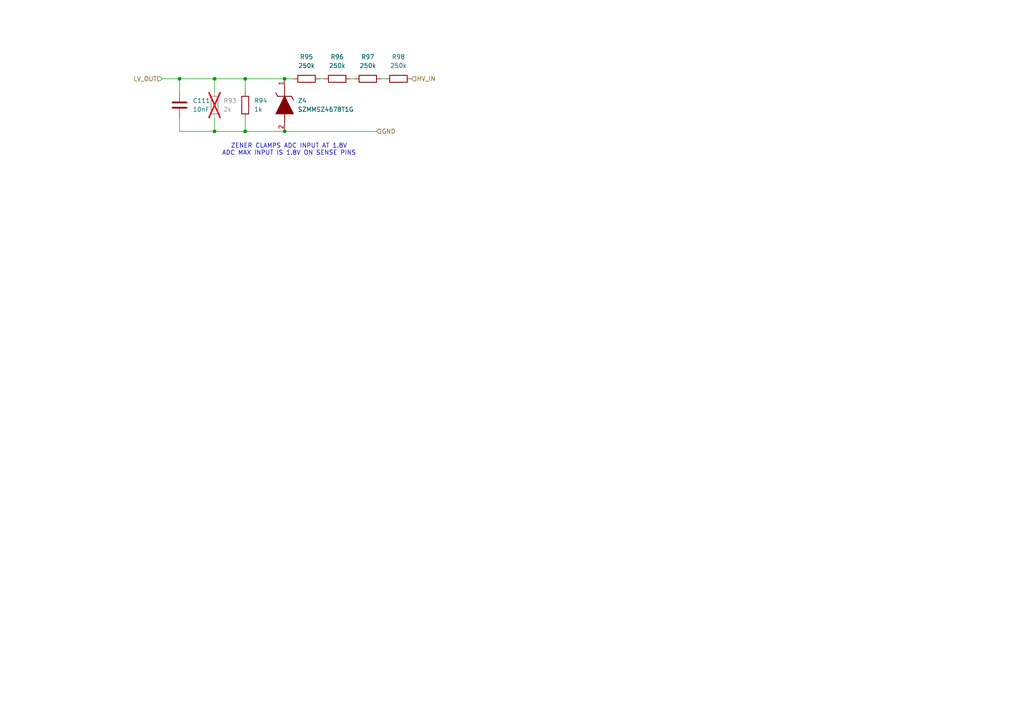
<source format=kicad_sch>
(kicad_sch (version 20250114) (generator "eeschema") (generator_version "9.0")
  (paper "A4")
  (lib_symbols
    (symbol "Device:C" (pin_numbers (hide yes)) (pin_names (offset 0.254))
      (property "Reference" "C" (at 0.635 2.54 0))
      (property "Value" "C" (at 0.635 -2.54 0))
      (symbol "C_0_1"
        (polyline (pts (xy -2.032 0.762) (xy 2.032 0.762)) (stroke (width 0.508)))
        (polyline (pts (xy -2.032 -0.762) (xy 2.032 -0.762)) (stroke (width 0.508)))
      )
      (symbol "C_1_1"
        (pin passive line (at 0 3.81 270) (length 2.794) (name "~") (number "1"))
        (pin passive line (at 0 -3.81 90) (length 2.794) (name "~") (number "2"))
      )
    )
    (symbol "Device:R" (pin_numbers (hide yes)) (pin_names (offset 0))
      (property "Reference" "R" (at 2.032 0 90))
      (property "Value" "R" (at 0 0 90))
      (symbol "R_0_1"
        (rectangle (start -1.016 -2.54) (end 1.016 2.54) (stroke (width 0.254)))
      )
      (symbol "R_1_1"
        (pin passive line (at 0 3.81 270) (length 1.27) (name "~") (number "1"))
        (pin passive line (at 0 -3.81 90) (length 1.27) (name "~") (number "2"))
      )
    )
    (symbol "InverterCom:SZMMSZ4678T1G" (pin_names (hide yes))
      (property "Reference" "Z" (at 10.16 8.89 0))
      (property "Value" "SZMMSZ4678T1G" (at 10.16 6.35 0))
      (symbol "SZMMSZ4678T1G_1_1"
        (polyline (pts (xy 2.54 0) (xy 5.08 0)) (stroke (width 0.254)))
        (polyline (pts (xy 4.064 -2.54) (xy 5.08 -2.032)) (stroke (width 0.254)))
        (polyline (pts (xy 5.08 2.032) (xy 5.08 -2.032)) (stroke (width 0.254)))
        (polyline (pts (xy 5.08 2.032) (xy 6.096 2.54)) (stroke (width 0.254)))
        (polyline (pts (xy 5.08 0) (xy 10.16 2.54) (xy 10.16 -2.54) (xy 5.08 0)) (stroke (width 0.254)) (fill (type outline)))
        (polyline (pts (xy 12.7 0) (xy 10.16 0)) (stroke (width 0.254)))
        (pin passive line (at 0 0 0) (length 2.54) (name "K") (number "1"))
        (pin passive line (at 15.24 0 180) (length 2.54) (name "A") (number "2"))
      )
    )
  )
  (text "ZENER CLAMPS ADC INPUT AT 1.8V\nADC MAX INPUT IS 1.8V ON SENSE PINS" (at 83.82 43.434 0) (effects (font (size 1.27 1.27))))
  (junction (at 71.12 38.1))
  (junction (at 82.55 38.1))
  (junction (at 62.23 22.86))
  (junction (at 52.07 22.86))
  (junction (at 62.23 38.1))
  (junction (at 71.12 22.86))
  (junction (at 82.55 22.86))
  (wire (pts (xy 92.71 22.86) (xy 93.98 22.86)))
  (wire (pts (xy 62.23 22.86) (xy 71.12 22.86)))
  (wire (pts (xy 101.6 22.86) (xy 102.87 22.86)))
  (wire (pts (xy 62.23 38.1) (xy 52.07 38.1)))
  (wire (pts (xy 71.12 38.1) (xy 62.23 38.1)))
  (wire (pts (xy 52.07 22.86) (xy 52.07 26.67)))
  (wire (pts (xy 71.12 38.1) (xy 82.55 38.1)))
  (wire (pts (xy 71.12 22.86) (xy 71.12 26.67)))
  (wire (pts (xy 82.55 22.86) (xy 85.09 22.86)))
  (wire (pts (xy 52.07 22.86) (xy 62.23 22.86)))
  (wire (pts (xy 82.55 38.1) (xy 109.22 38.1)))
  (wire (pts (xy 71.12 22.86) (xy 82.55 22.86)))
  (wire (pts (xy 46.99 22.86) (xy 52.07 22.86)))
  (wire (pts (xy 71.12 34.29) (xy 71.12 38.1)))
  (wire (pts (xy 52.07 38.1) (xy 52.07 34.29)))
  (wire (pts (xy 62.23 34.29) (xy 62.23 38.1)))
  (wire (pts (xy 110.49 22.86) (xy 111.76 22.86)))
  (wire (pts (xy 62.23 22.86) (xy 62.23 26.67)))
  (hierarchical_label "HV_IN" (shape input) (at 119.38 22.86 0))
  (hierarchical_label "LV_OUT" (shape input) (at 46.99 22.86 180))
  (hierarchical_label "GND" (shape input) (at 109.22 38.1 0))
  (symbol (lib_id "Device:R") (at 71.12 30.48 0) (unit 1)
    (property "Reference" "R94" (at 73.66 29.2099 0) (effects (justify left)))
    (property "Value" "1k" (at 73.66 31.7499 0) (effects (justify left)))
    (property "Footprint" "Resistor_SMD:R_1210_3225Metric_Pad1.30x2.65mm_HandSolder" (effects (hide yes)))
    (property "Description" "Resistor" (effects (hide yes)))
    (instances (project "MainBoard" (path "" (reference "R94") (unit 1)) (path "" (reference "R82") (unit 1)) (path "" (reference "R76") (unit 1)) (path "" (reference "R88") (unit 1))))
  )
  (symbol (lib_id "Device:R") (at 106.68 22.86 90) (unit 1)
    (property "Reference" "R97" (at 106.68 16.51 90))
    (property "Value" "250k" (at 106.68 19.05 90))
    (property "Footprint" "Resistor_SMD:R_1210_3225Metric_Pad1.30x2.65mm_HandSolder" (effects (hide yes)))
    (property "Description" "Resistor" (effects (hide yes)))
    (instances (project "MainBoard" (path "" (reference "R97") (unit 1)) (path "" (reference "R85") (unit 1)) (path "" (reference "R79") (unit 1)) (path "" (reference "R91") (unit 1))))
  )
  (symbol (lib_id "InverterCom:SZMMSZ4678T1G") (at 82.55 22.86 270) (unit 1)
    (property "Reference" "Z4" (at 86.36 29.2099 90) (effects (justify left)))
    (property "Value" "SZMMSZ4678T1G" (at 86.36 31.7499 90) (effects (justify left)))
    (property "Footprint" "InverterCom:SOD3716X135N" (effects (hide yes)))
    (property "Datasheet" "https://www.onsemi.com/pub/Collateral/MMSZ4678T1-D.PDF" (effects (hide yes)))
    (property "Description" "500 mW Rating on FR-4 or FR-5 Board; Wide Zener Reverse Voltage Range - 1.8 V to 43 V; Package Designed for Optimal Automated Board Assembly; Small Package Size for High Density Applications; ESD Rating of Class 3 (exceeding 16 kV) per the Human Body Model Mechanical Characteristics:; CASE: Void-free, transfer-molded, thermosetting plastic case; FINISH: Corrosion resistant finish, easily solderable; MAXIMUM CASE TEMPERATURE FOR SOLDERING PURPOSES: 260?C for 10 Seconds; POLARITY: Cathode indicated by polarit" (effects (hide yes)))
    (property "Height" "1.35" (effects (hide yes)))
    (property "Mouser Part Number" "863-SZMMSZ4678T1G" (effects (hide yes)))
    (property "Mouser Price/Stock" "https://www.mouser.co.uk/ProductDetail/onsemi/SZMMSZ4678T1G?qs=PJJcWtbOkNWoCp4u9L439w%3D%3D" (effects (hide yes)))
    (property "Manufacturer_Name" "onsemi" (effects (hide yes)))
    (property "Manufacturer_Part_Number" "SZMMSZ4678T1G" (effects (hide yes)))
    (instances (project "MainBoard" (path "" (reference "Z4") (unit 1)) (path "" (reference "Z2") (unit 1)) (path "" (reference "Z1") (unit 1)) (path "" (reference "Z3") (unit 1))))
  )
  (symbol (lib_id "Device:C") (at 52.07 30.48 0) (unit 1)
    (property "Reference" "C111" (at 55.88 29.2099 0) (effects (justify left)))
    (property "Value" "10nF" (at 55.88 31.75 0) (effects (justify left)))
    (property "Footprint" "Capacitor_SMD:C_1210_3225Metric_Pad1.33x2.70mm_HandSolder" (effects (hide yes)))
    (property "Description" "Unpolarized capacitor" (effects (hide yes)))
    (instances (project "MainBoard" (path "" (reference "C111") (unit 1)) (path "" (reference "C109") (unit 1)) (path "" (reference "C108") (unit 1)) (path "" (reference "C110") (unit 1))))
  )
  (symbol (lib_id "Device:R") (at 115.57 22.86 90) (unit 1)
    (property "Reference" "R98" (at 115.57 16.51 90))
    (property "Value" "250k" (at 115.57 19.05 90))
    (property "Footprint" "Resistor_SMD:R_1210_3225Metric_Pad1.30x2.65mm_HandSolder" (effects (hide yes)))
    (property "Description" "Resistor" (effects (hide yes)))
    (instances (project "MainBoard" (path "" (reference "R98") (unit 1)) (path "" (reference "R86") (unit 1)) (path "" (reference "R80") (unit 1)) (path "" (reference "R92") (unit 1))))
  )
  (symbol (lib_id "Device:R") (at 97.79 22.86 90) (unit 1)
    (property "Reference" "R96" (at 97.79 16.51 90))
    (property "Value" "250k" (at 97.79 19.05 90))
    (property "Footprint" "Resistor_SMD:R_1210_3225Metric_Pad1.30x2.65mm_HandSolder" (effects (hide yes)))
    (property "Description" "Resistor" (effects (hide yes)))
    (instances (project "MainBoard" (path "" (reference "R96") (unit 1)) (path "" (reference "R84") (unit 1)) (path "" (reference "R78") (unit 1)) (path "" (reference "R90") (unit 1))))
  )
  (symbol (lib_id "Device:R") (at 62.23 30.48 0) (unit 1) (dnp yes)
    (property "Reference" "R93" (at 64.77 29.2099 0) (effects (justify left)))
    (property "Value" "2k" (at 64.77 31.7499 0) (effects (justify left)))
    (property "Footprint" "Resistor_SMD:R_1210_3225Metric_Pad1.30x2.65mm_HandSolder" (effects (hide yes)))
    (property "Description" "Resistor" (effects (hide yes)))
    (instances (project "MainBoard" (path "" (reference "R93") (unit 1)) (path "" (reference "R81") (unit 1)) (path "" (reference "R75") (unit 1)) (path "" (reference "R87") (unit 1))))
  )
  (symbol (lib_id "Device:R") (at 88.9 22.86 90) (unit 1)
    (property "Reference" "R95" (at 88.9 16.51 90))
    (property "Value" "250k" (at 88.9 19.05 90))
    (property "Footprint" "Resistor_SMD:R_1210_3225Metric_Pad1.30x2.65mm_HandSolder" (effects (hide yes)))
    (property "Description" "Resistor" (effects (hide yes)))
    (instances (project "MainBoard" (path "" (reference "R95") (unit 1)) (path "" (reference "R83") (unit 1)) (path "" (reference "R77") (unit 1)) (path "" (reference "R89") (unit 1))))
  )
)
</source>
